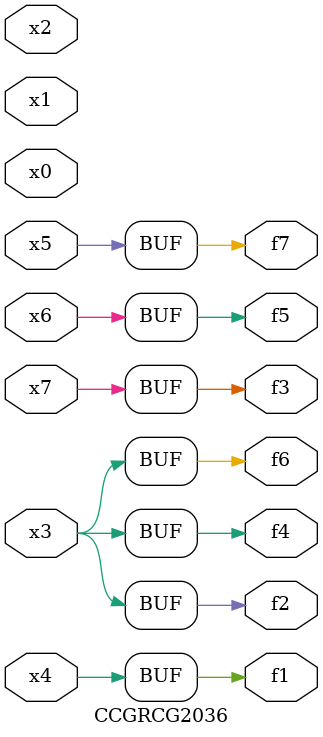
<source format=v>
module CCGRCG2036(
	input x0, x1, x2, x3, x4, x5, x6, x7,
	output f1, f2, f3, f4, f5, f6, f7
);
	assign f1 = x4;
	assign f2 = x3;
	assign f3 = x7;
	assign f4 = x3;
	assign f5 = x6;
	assign f6 = x3;
	assign f7 = x5;
endmodule

</source>
